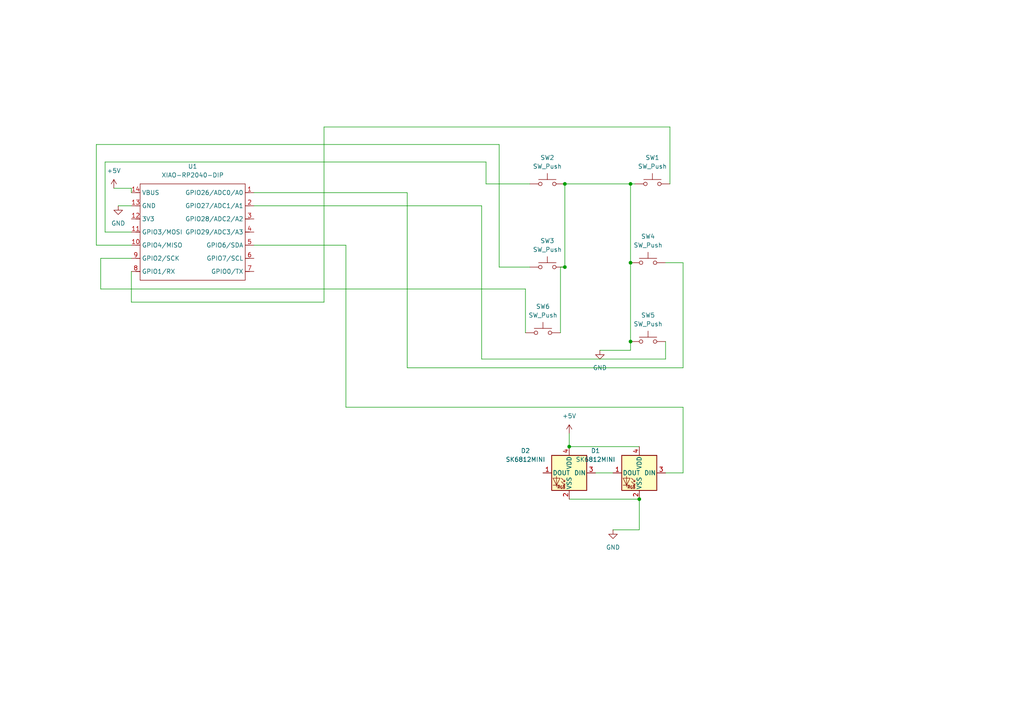
<source format=kicad_sch>
(kicad_sch
	(version 20250114)
	(generator "eeschema")
	(generator_version "9.0")
	(uuid "3813eb97-a7f2-41bc-8f98-78cc839ca634")
	(paper "A4")
	(lib_symbols
		(symbol "LED:SK6812MINI"
			(pin_names
				(offset 0.254)
			)
			(exclude_from_sim no)
			(in_bom yes)
			(on_board yes)
			(property "Reference" "D"
				(at 5.08 5.715 0)
				(effects
					(font
						(size 1.27 1.27)
					)
					(justify right bottom)
				)
			)
			(property "Value" "SK6812MINI"
				(at 1.27 -5.715 0)
				(effects
					(font
						(size 1.27 1.27)
					)
					(justify left top)
				)
			)
			(property "Footprint" "LED_SMD:LED_SK6812MINI_PLCC4_3.5x3.5mm_P1.75mm"
				(at 1.27 -7.62 0)
				(effects
					(font
						(size 1.27 1.27)
					)
					(justify left top)
					(hide yes)
				)
			)
			(property "Datasheet" "https://cdn-shop.adafruit.com/product-files/2686/SK6812MINI_REV.01-1-2.pdf"
				(at 2.54 -9.525 0)
				(effects
					(font
						(size 1.27 1.27)
					)
					(justify left top)
					(hide yes)
				)
			)
			(property "Description" "RGB LED with integrated controller"
				(at 0 0 0)
				(effects
					(font
						(size 1.27 1.27)
					)
					(hide yes)
				)
			)
			(property "ki_keywords" "RGB LED NeoPixel Mini addressable"
				(at 0 0 0)
				(effects
					(font
						(size 1.27 1.27)
					)
					(hide yes)
				)
			)
			(property "ki_fp_filters" "LED*SK6812MINI*PLCC*3.5x3.5mm*P1.75mm*"
				(at 0 0 0)
				(effects
					(font
						(size 1.27 1.27)
					)
					(hide yes)
				)
			)
			(symbol "SK6812MINI_0_0"
				(text "RGB"
					(at 2.286 -4.191 0)
					(effects
						(font
							(size 0.762 0.762)
						)
					)
				)
			)
			(symbol "SK6812MINI_0_1"
				(polyline
					(pts
						(xy 1.27 -2.54) (xy 1.778 -2.54)
					)
					(stroke
						(width 0)
						(type default)
					)
					(fill
						(type none)
					)
				)
				(polyline
					(pts
						(xy 1.27 -3.556) (xy 1.778 -3.556)
					)
					(stroke
						(width 0)
						(type default)
					)
					(fill
						(type none)
					)
				)
				(polyline
					(pts
						(xy 2.286 -1.524) (xy 1.27 -2.54) (xy 1.27 -2.032)
					)
					(stroke
						(width 0)
						(type default)
					)
					(fill
						(type none)
					)
				)
				(polyline
					(pts
						(xy 2.286 -2.54) (xy 1.27 -3.556) (xy 1.27 -3.048)
					)
					(stroke
						(width 0)
						(type default)
					)
					(fill
						(type none)
					)
				)
				(polyline
					(pts
						(xy 3.683 -1.016) (xy 3.683 -3.556) (xy 3.683 -4.064)
					)
					(stroke
						(width 0)
						(type default)
					)
					(fill
						(type none)
					)
				)
				(polyline
					(pts
						(xy 4.699 -1.524) (xy 2.667 -1.524) (xy 3.683 -3.556) (xy 4.699 -1.524)
					)
					(stroke
						(width 0)
						(type default)
					)
					(fill
						(type none)
					)
				)
				(polyline
					(pts
						(xy 4.699 -3.556) (xy 2.667 -3.556)
					)
					(stroke
						(width 0)
						(type default)
					)
					(fill
						(type none)
					)
				)
				(rectangle
					(start 5.08 5.08)
					(end -5.08 -5.08)
					(stroke
						(width 0.254)
						(type default)
					)
					(fill
						(type background)
					)
				)
			)
			(symbol "SK6812MINI_1_1"
				(pin input line
					(at -7.62 0 0)
					(length 2.54)
					(name "DIN"
						(effects
							(font
								(size 1.27 1.27)
							)
						)
					)
					(number "3"
						(effects
							(font
								(size 1.27 1.27)
							)
						)
					)
				)
				(pin power_in line
					(at 0 7.62 270)
					(length 2.54)
					(name "VDD"
						(effects
							(font
								(size 1.27 1.27)
							)
						)
					)
					(number "4"
						(effects
							(font
								(size 1.27 1.27)
							)
						)
					)
				)
				(pin power_in line
					(at 0 -7.62 90)
					(length 2.54)
					(name "VSS"
						(effects
							(font
								(size 1.27 1.27)
							)
						)
					)
					(number "2"
						(effects
							(font
								(size 1.27 1.27)
							)
						)
					)
				)
				(pin output line
					(at 7.62 0 180)
					(length 2.54)
					(name "DOUT"
						(effects
							(font
								(size 1.27 1.27)
							)
						)
					)
					(number "1"
						(effects
							(font
								(size 1.27 1.27)
							)
						)
					)
				)
			)
			(embedded_fonts no)
		)
		(symbol "OPL:XIAO-RP2040-DIP"
			(exclude_from_sim no)
			(in_bom yes)
			(on_board yes)
			(property "Reference" "U"
				(at 0 0 0)
				(effects
					(font
						(size 1.27 1.27)
					)
				)
			)
			(property "Value" "XIAO-RP2040-DIP"
				(at 5.334 -1.778 0)
				(effects
					(font
						(size 1.27 1.27)
					)
				)
			)
			(property "Footprint" "Module:MOUDLE14P-XIAO-DIP-SMD"
				(at 14.478 -32.258 0)
				(effects
					(font
						(size 1.27 1.27)
					)
					(hide yes)
				)
			)
			(property "Datasheet" ""
				(at 0 0 0)
				(effects
					(font
						(size 1.27 1.27)
					)
					(hide yes)
				)
			)
			(property "Description" ""
				(at 0 0 0)
				(effects
					(font
						(size 1.27 1.27)
					)
					(hide yes)
				)
			)
			(symbol "XIAO-RP2040-DIP_1_0"
				(polyline
					(pts
						(xy -1.27 -2.54) (xy 29.21 -2.54)
					)
					(stroke
						(width 0.1524)
						(type solid)
					)
					(fill
						(type none)
					)
				)
				(polyline
					(pts
						(xy -1.27 -5.08) (xy -2.54 -5.08)
					)
					(stroke
						(width 0.1524)
						(type solid)
					)
					(fill
						(type none)
					)
				)
				(polyline
					(pts
						(xy -1.27 -5.08) (xy -1.27 -2.54)
					)
					(stroke
						(width 0.1524)
						(type solid)
					)
					(fill
						(type none)
					)
				)
				(polyline
					(pts
						(xy -1.27 -8.89) (xy -2.54 -8.89)
					)
					(stroke
						(width 0.1524)
						(type solid)
					)
					(fill
						(type none)
					)
				)
				(polyline
					(pts
						(xy -1.27 -8.89) (xy -1.27 -5.08)
					)
					(stroke
						(width 0.1524)
						(type solid)
					)
					(fill
						(type none)
					)
				)
				(polyline
					(pts
						(xy -1.27 -12.7) (xy -2.54 -12.7)
					)
					(stroke
						(width 0.1524)
						(type solid)
					)
					(fill
						(type none)
					)
				)
				(polyline
					(pts
						(xy -1.27 -12.7) (xy -1.27 -8.89)
					)
					(stroke
						(width 0.1524)
						(type solid)
					)
					(fill
						(type none)
					)
				)
				(polyline
					(pts
						(xy -1.27 -16.51) (xy -2.54 -16.51)
					)
					(stroke
						(width 0.1524)
						(type solid)
					)
					(fill
						(type none)
					)
				)
				(polyline
					(pts
						(xy -1.27 -16.51) (xy -1.27 -12.7)
					)
					(stroke
						(width 0.1524)
						(type solid)
					)
					(fill
						(type none)
					)
				)
				(polyline
					(pts
						(xy -1.27 -20.32) (xy -2.54 -20.32)
					)
					(stroke
						(width 0.1524)
						(type solid)
					)
					(fill
						(type none)
					)
				)
				(polyline
					(pts
						(xy -1.27 -24.13) (xy -2.54 -24.13)
					)
					(stroke
						(width 0.1524)
						(type solid)
					)
					(fill
						(type none)
					)
				)
				(polyline
					(pts
						(xy -1.27 -27.94) (xy -2.54 -27.94)
					)
					(stroke
						(width 0.1524)
						(type solid)
					)
					(fill
						(type none)
					)
				)
				(polyline
					(pts
						(xy -1.27 -30.48) (xy -1.27 -16.51)
					)
					(stroke
						(width 0.1524)
						(type solid)
					)
					(fill
						(type none)
					)
				)
				(polyline
					(pts
						(xy 29.21 -2.54) (xy 29.21 -5.08)
					)
					(stroke
						(width 0.1524)
						(type solid)
					)
					(fill
						(type none)
					)
				)
				(polyline
					(pts
						(xy 29.21 -5.08) (xy 29.21 -8.89)
					)
					(stroke
						(width 0.1524)
						(type solid)
					)
					(fill
						(type none)
					)
				)
				(polyline
					(pts
						(xy 29.21 -8.89) (xy 29.21 -12.7)
					)
					(stroke
						(width 0.1524)
						(type solid)
					)
					(fill
						(type none)
					)
				)
				(polyline
					(pts
						(xy 29.21 -12.7) (xy 29.21 -30.48)
					)
					(stroke
						(width 0.1524)
						(type solid)
					)
					(fill
						(type none)
					)
				)
				(polyline
					(pts
						(xy 29.21 -30.48) (xy -1.27 -30.48)
					)
					(stroke
						(width 0.1524)
						(type solid)
					)
					(fill
						(type none)
					)
				)
				(polyline
					(pts
						(xy 30.48 -5.08) (xy 29.21 -5.08)
					)
					(stroke
						(width 0.1524)
						(type solid)
					)
					(fill
						(type none)
					)
				)
				(polyline
					(pts
						(xy 30.48 -8.89) (xy 29.21 -8.89)
					)
					(stroke
						(width 0.1524)
						(type solid)
					)
					(fill
						(type none)
					)
				)
				(polyline
					(pts
						(xy 30.48 -12.7) (xy 29.21 -12.7)
					)
					(stroke
						(width 0.1524)
						(type solid)
					)
					(fill
						(type none)
					)
				)
				(polyline
					(pts
						(xy 30.48 -16.51) (xy 29.21 -16.51)
					)
					(stroke
						(width 0.1524)
						(type solid)
					)
					(fill
						(type none)
					)
				)
				(polyline
					(pts
						(xy 30.48 -20.32) (xy 29.21 -20.32)
					)
					(stroke
						(width 0.1524)
						(type solid)
					)
					(fill
						(type none)
					)
				)
				(polyline
					(pts
						(xy 30.48 -24.13) (xy 29.21 -24.13)
					)
					(stroke
						(width 0.1524)
						(type solid)
					)
					(fill
						(type none)
					)
				)
				(polyline
					(pts
						(xy 30.48 -27.94) (xy 29.21 -27.94)
					)
					(stroke
						(width 0.1524)
						(type solid)
					)
					(fill
						(type none)
					)
				)
				(pin passive line
					(at -3.81 -5.08 0)
					(length 2.54)
					(name "GPIO26/ADC0/A0"
						(effects
							(font
								(size 1.27 1.27)
							)
						)
					)
					(number "1"
						(effects
							(font
								(size 1.27 1.27)
							)
						)
					)
				)
				(pin passive line
					(at -3.81 -8.89 0)
					(length 2.54)
					(name "GPIO27/ADC1/A1"
						(effects
							(font
								(size 1.27 1.27)
							)
						)
					)
					(number "2"
						(effects
							(font
								(size 1.27 1.27)
							)
						)
					)
				)
				(pin passive line
					(at -3.81 -12.7 0)
					(length 2.54)
					(name "GPIO28/ADC2/A2"
						(effects
							(font
								(size 1.27 1.27)
							)
						)
					)
					(number "3"
						(effects
							(font
								(size 1.27 1.27)
							)
						)
					)
				)
				(pin passive line
					(at -3.81 -16.51 0)
					(length 2.54)
					(name "GPIO29/ADC3/A3"
						(effects
							(font
								(size 1.27 1.27)
							)
						)
					)
					(number "4"
						(effects
							(font
								(size 1.27 1.27)
							)
						)
					)
				)
				(pin passive line
					(at -3.81 -20.32 0)
					(length 2.54)
					(name "GPIO6/SDA"
						(effects
							(font
								(size 1.27 1.27)
							)
						)
					)
					(number "5"
						(effects
							(font
								(size 1.27 1.27)
							)
						)
					)
				)
				(pin passive line
					(at -3.81 -24.13 0)
					(length 2.54)
					(name "GPIO7/SCL"
						(effects
							(font
								(size 1.27 1.27)
							)
						)
					)
					(number "6"
						(effects
							(font
								(size 1.27 1.27)
							)
						)
					)
				)
				(pin passive line
					(at -3.81 -27.94 0)
					(length 2.54)
					(name "GPIO0/TX"
						(effects
							(font
								(size 1.27 1.27)
							)
						)
					)
					(number "7"
						(effects
							(font
								(size 1.27 1.27)
							)
						)
					)
				)
				(pin passive line
					(at 31.75 -5.08 180)
					(length 2.54)
					(name "VBUS"
						(effects
							(font
								(size 1.27 1.27)
							)
						)
					)
					(number "14"
						(effects
							(font
								(size 1.27 1.27)
							)
						)
					)
				)
				(pin passive line
					(at 31.75 -8.89 180)
					(length 2.54)
					(name "GND"
						(effects
							(font
								(size 1.27 1.27)
							)
						)
					)
					(number "13"
						(effects
							(font
								(size 1.27 1.27)
							)
						)
					)
				)
				(pin passive line
					(at 31.75 -12.7 180)
					(length 2.54)
					(name "3V3"
						(effects
							(font
								(size 1.27 1.27)
							)
						)
					)
					(number "12"
						(effects
							(font
								(size 1.27 1.27)
							)
						)
					)
				)
				(pin passive line
					(at 31.75 -16.51 180)
					(length 2.54)
					(name "GPIO3/MOSI"
						(effects
							(font
								(size 1.27 1.27)
							)
						)
					)
					(number "11"
						(effects
							(font
								(size 1.27 1.27)
							)
						)
					)
				)
				(pin passive line
					(at 31.75 -20.32 180)
					(length 2.54)
					(name "GPIO4/MISO"
						(effects
							(font
								(size 1.27 1.27)
							)
						)
					)
					(number "10"
						(effects
							(font
								(size 1.27 1.27)
							)
						)
					)
				)
				(pin passive line
					(at 31.75 -24.13 180)
					(length 2.54)
					(name "GPIO2/SCK"
						(effects
							(font
								(size 1.27 1.27)
							)
						)
					)
					(number "9"
						(effects
							(font
								(size 1.27 1.27)
							)
						)
					)
				)
				(pin passive line
					(at 31.75 -27.94 180)
					(length 2.54)
					(name "GPIO1/RX"
						(effects
							(font
								(size 1.27 1.27)
							)
						)
					)
					(number "8"
						(effects
							(font
								(size 1.27 1.27)
							)
						)
					)
				)
			)
			(embedded_fonts no)
		)
		(symbol "Switch:SW_Push"
			(pin_numbers
				(hide yes)
			)
			(pin_names
				(offset 1.016)
				(hide yes)
			)
			(exclude_from_sim no)
			(in_bom yes)
			(on_board yes)
			(property "Reference" "SW"
				(at 1.27 2.54 0)
				(effects
					(font
						(size 1.27 1.27)
					)
					(justify left)
				)
			)
			(property "Value" "SW_Push"
				(at 0 -1.524 0)
				(effects
					(font
						(size 1.27 1.27)
					)
				)
			)
			(property "Footprint" ""
				(at 0 5.08 0)
				(effects
					(font
						(size 1.27 1.27)
					)
					(hide yes)
				)
			)
			(property "Datasheet" "~"
				(at 0 5.08 0)
				(effects
					(font
						(size 1.27 1.27)
					)
					(hide yes)
				)
			)
			(property "Description" "Push button switch, generic, two pins"
				(at 0 0 0)
				(effects
					(font
						(size 1.27 1.27)
					)
					(hide yes)
				)
			)
			(property "ki_keywords" "switch normally-open pushbutton push-button"
				(at 0 0 0)
				(effects
					(font
						(size 1.27 1.27)
					)
					(hide yes)
				)
			)
			(symbol "SW_Push_0_1"
				(circle
					(center -2.032 0)
					(radius 0.508)
					(stroke
						(width 0)
						(type default)
					)
					(fill
						(type none)
					)
				)
				(polyline
					(pts
						(xy 0 1.27) (xy 0 3.048)
					)
					(stroke
						(width 0)
						(type default)
					)
					(fill
						(type none)
					)
				)
				(circle
					(center 2.032 0)
					(radius 0.508)
					(stroke
						(width 0)
						(type default)
					)
					(fill
						(type none)
					)
				)
				(polyline
					(pts
						(xy 2.54 1.27) (xy -2.54 1.27)
					)
					(stroke
						(width 0)
						(type default)
					)
					(fill
						(type none)
					)
				)
				(pin passive line
					(at -5.08 0 0)
					(length 2.54)
					(name "1"
						(effects
							(font
								(size 1.27 1.27)
							)
						)
					)
					(number "1"
						(effects
							(font
								(size 1.27 1.27)
							)
						)
					)
				)
				(pin passive line
					(at 5.08 0 180)
					(length 2.54)
					(name "2"
						(effects
							(font
								(size 1.27 1.27)
							)
						)
					)
					(number "2"
						(effects
							(font
								(size 1.27 1.27)
							)
						)
					)
				)
			)
			(embedded_fonts no)
		)
		(symbol "power:+5V"
			(power)
			(pin_numbers
				(hide yes)
			)
			(pin_names
				(offset 0)
				(hide yes)
			)
			(exclude_from_sim no)
			(in_bom yes)
			(on_board yes)
			(property "Reference" "#PWR"
				(at 0 -3.81 0)
				(effects
					(font
						(size 1.27 1.27)
					)
					(hide yes)
				)
			)
			(property "Value" "+5V"
				(at 0 3.556 0)
				(effects
					(font
						(size 1.27 1.27)
					)
				)
			)
			(property "Footprint" ""
				(at 0 0 0)
				(effects
					(font
						(size 1.27 1.27)
					)
					(hide yes)
				)
			)
			(property "Datasheet" ""
				(at 0 0 0)
				(effects
					(font
						(size 1.27 1.27)
					)
					(hide yes)
				)
			)
			(property "Description" "Power symbol creates a global label with name \"+5V\""
				(at 0 0 0)
				(effects
					(font
						(size 1.27 1.27)
					)
					(hide yes)
				)
			)
			(property "ki_keywords" "global power"
				(at 0 0 0)
				(effects
					(font
						(size 1.27 1.27)
					)
					(hide yes)
				)
			)
			(symbol "+5V_0_1"
				(polyline
					(pts
						(xy -0.762 1.27) (xy 0 2.54)
					)
					(stroke
						(width 0)
						(type default)
					)
					(fill
						(type none)
					)
				)
				(polyline
					(pts
						(xy 0 2.54) (xy 0.762 1.27)
					)
					(stroke
						(width 0)
						(type default)
					)
					(fill
						(type none)
					)
				)
				(polyline
					(pts
						(xy 0 0) (xy 0 2.54)
					)
					(stroke
						(width 0)
						(type default)
					)
					(fill
						(type none)
					)
				)
			)
			(symbol "+5V_1_1"
				(pin power_in line
					(at 0 0 90)
					(length 0)
					(name "~"
						(effects
							(font
								(size 1.27 1.27)
							)
						)
					)
					(number "1"
						(effects
							(font
								(size 1.27 1.27)
							)
						)
					)
				)
			)
			(embedded_fonts no)
		)
		(symbol "power:GND"
			(power)
			(pin_numbers
				(hide yes)
			)
			(pin_names
				(offset 0)
				(hide yes)
			)
			(exclude_from_sim no)
			(in_bom yes)
			(on_board yes)
			(property "Reference" "#PWR"
				(at 0 -6.35 0)
				(effects
					(font
						(size 1.27 1.27)
					)
					(hide yes)
				)
			)
			(property "Value" "GND"
				(at 0 -3.81 0)
				(effects
					(font
						(size 1.27 1.27)
					)
				)
			)
			(property "Footprint" ""
				(at 0 0 0)
				(effects
					(font
						(size 1.27 1.27)
					)
					(hide yes)
				)
			)
			(property "Datasheet" ""
				(at 0 0 0)
				(effects
					(font
						(size 1.27 1.27)
					)
					(hide yes)
				)
			)
			(property "Description" "Power symbol creates a global label with name \"GND\" , ground"
				(at 0 0 0)
				(effects
					(font
						(size 1.27 1.27)
					)
					(hide yes)
				)
			)
			(property "ki_keywords" "global power"
				(at 0 0 0)
				(effects
					(font
						(size 1.27 1.27)
					)
					(hide yes)
				)
			)
			(symbol "GND_0_1"
				(polyline
					(pts
						(xy 0 0) (xy 0 -1.27) (xy 1.27 -1.27) (xy 0 -2.54) (xy -1.27 -1.27) (xy 0 -1.27)
					)
					(stroke
						(width 0)
						(type default)
					)
					(fill
						(type none)
					)
				)
			)
			(symbol "GND_1_1"
				(pin power_in line
					(at 0 0 270)
					(length 0)
					(name "~"
						(effects
							(font
								(size 1.27 1.27)
							)
						)
					)
					(number "1"
						(effects
							(font
								(size 1.27 1.27)
							)
						)
					)
				)
			)
			(embedded_fonts no)
		)
	)
	(junction
		(at 182.88 99.06)
		(diameter 0)
		(color 0 0 0 0)
		(uuid "1361b476-192e-4b7b-a008-ffa96b86b8a3")
	)
	(junction
		(at 185.42 144.78)
		(diameter 0)
		(color 0 0 0 0)
		(uuid "6bd2426d-979b-4539-b3f9-7e0bd569a666")
	)
	(junction
		(at 163.83 53.34)
		(diameter 0)
		(color 0 0 0 0)
		(uuid "763b5880-e7d1-47a9-888c-796f314eb289")
	)
	(junction
		(at 182.88 76.2)
		(diameter 0)
		(color 0 0 0 0)
		(uuid "ac1cc0c1-0261-4ef4-aec0-8388dd2ab2b7")
	)
	(junction
		(at 165.1 129.54)
		(diameter 0)
		(color 0 0 0 0)
		(uuid "db1e157e-61cf-46e0-98ef-e767d53ad2b4")
	)
	(junction
		(at 182.88 53.34)
		(diameter 0)
		(color 0 0 0 0)
		(uuid "f5590cdb-8a5f-4698-958b-6109a668de7f")
	)
	(junction
		(at 163.83 77.47)
		(diameter 0)
		(color 0 0 0 0)
		(uuid "f5b89c0e-0a28-442e-944e-0f84febb81ff")
	)
	(wire
		(pts
			(xy 34.29 59.69) (xy 38.1 59.69)
		)
		(stroke
			(width 0)
			(type default)
		)
		(uuid "02cb998f-51f4-4e82-8e9e-f869ed347243")
	)
	(wire
		(pts
			(xy 30.48 67.31) (xy 30.48 46.99)
		)
		(stroke
			(width 0)
			(type default)
		)
		(uuid "0aaa6d4d-f44a-4118-9c7d-fd84a4974161")
	)
	(wire
		(pts
			(xy 29.21 74.93) (xy 29.21 83.82)
		)
		(stroke
			(width 0)
			(type default)
		)
		(uuid "0ca2e43c-d198-488e-b0df-3a0fdcb6a929")
	)
	(wire
		(pts
			(xy 140.97 46.99) (xy 140.97 53.34)
		)
		(stroke
			(width 0)
			(type default)
		)
		(uuid "11dcdb33-675f-41d7-b5f0-da4286f65679")
	)
	(wire
		(pts
			(xy 162.56 96.52) (xy 162.56 77.47)
		)
		(stroke
			(width 0)
			(type default)
		)
		(uuid "196cfca2-144b-4460-b39b-f65360fa131d")
	)
	(wire
		(pts
			(xy 118.11 55.88) (xy 118.11 106.68)
		)
		(stroke
			(width 0)
			(type default)
		)
		(uuid "1c3f29f0-831a-44d2-bf29-84213a82e60e")
	)
	(wire
		(pts
			(xy 73.66 55.88) (xy 118.11 55.88)
		)
		(stroke
			(width 0)
			(type default)
		)
		(uuid "1f189d28-cca0-41d9-834b-7c2c6aab3f07")
	)
	(wire
		(pts
			(xy 29.21 83.82) (xy 152.4 83.82)
		)
		(stroke
			(width 0)
			(type default)
		)
		(uuid "1fadba92-c207-4648-8523-19725ae4d3fc")
	)
	(wire
		(pts
			(xy 194.31 36.83) (xy 93.98 36.83)
		)
		(stroke
			(width 0)
			(type default)
		)
		(uuid "273a4d34-fd79-4a49-a0b4-b1c31c349112")
	)
	(wire
		(pts
			(xy 177.8 153.67) (xy 185.42 153.67)
		)
		(stroke
			(width 0)
			(type default)
		)
		(uuid "2a1628dc-f70c-4f6b-a83b-0842ec2f58f6")
	)
	(wire
		(pts
			(xy 118.11 106.68) (xy 198.12 106.68)
		)
		(stroke
			(width 0)
			(type default)
		)
		(uuid "303a071a-e71c-4215-a6b6-cc46997d9aaf")
	)
	(wire
		(pts
			(xy 139.7 59.69) (xy 139.7 104.14)
		)
		(stroke
			(width 0)
			(type default)
		)
		(uuid "33034e55-8d9d-4b0e-95d1-594f210aa740")
	)
	(wire
		(pts
			(xy 182.88 53.34) (xy 184.15 53.34)
		)
		(stroke
			(width 0)
			(type default)
		)
		(uuid "387342f4-1189-4ecc-9af7-f09a60a1b0d3")
	)
	(wire
		(pts
			(xy 144.78 77.47) (xy 153.67 77.47)
		)
		(stroke
			(width 0)
			(type default)
		)
		(uuid "38b2e902-1e30-4770-b5e0-d7086bc66988")
	)
	(wire
		(pts
			(xy 30.48 46.99) (xy 140.97 46.99)
		)
		(stroke
			(width 0)
			(type default)
		)
		(uuid "3a240f48-fc35-401a-b9a6-9681a3544aa7")
	)
	(wire
		(pts
			(xy 38.1 54.61) (xy 38.1 55.88)
		)
		(stroke
			(width 0)
			(type default)
		)
		(uuid "3d3aef1d-335d-4b98-9f60-ee17d0391776")
	)
	(wire
		(pts
			(xy 27.94 71.12) (xy 27.94 41.91)
		)
		(stroke
			(width 0)
			(type default)
		)
		(uuid "46390b14-ab24-4fcf-866e-48a94ac6e7e4")
	)
	(wire
		(pts
			(xy 27.94 41.91) (xy 144.78 41.91)
		)
		(stroke
			(width 0)
			(type default)
		)
		(uuid "46b90adf-53b6-4a65-8da3-4116235c111d")
	)
	(wire
		(pts
			(xy 198.12 118.11) (xy 198.12 137.16)
		)
		(stroke
			(width 0)
			(type default)
		)
		(uuid "4fe422f6-6c49-4962-9b5a-73628b484e1d")
	)
	(wire
		(pts
			(xy 198.12 76.2) (xy 193.04 76.2)
		)
		(stroke
			(width 0)
			(type default)
		)
		(uuid "55fc3348-499e-4721-94cf-91dc66075145")
	)
	(wire
		(pts
			(xy 38.1 74.93) (xy 29.21 74.93)
		)
		(stroke
			(width 0)
			(type default)
		)
		(uuid "574b388e-6f41-4417-bb14-eeb434780e24")
	)
	(wire
		(pts
			(xy 100.33 118.11) (xy 198.12 118.11)
		)
		(stroke
			(width 0)
			(type default)
		)
		(uuid "702d83a6-aa20-44bf-a794-1cba93c664bf")
	)
	(wire
		(pts
			(xy 198.12 106.68) (xy 198.12 76.2)
		)
		(stroke
			(width 0)
			(type default)
		)
		(uuid "70531a20-0d81-4dca-9302-2ddbd2e18b88")
	)
	(wire
		(pts
			(xy 182.88 76.2) (xy 182.88 53.34)
		)
		(stroke
			(width 0)
			(type default)
		)
		(uuid "7510e602-d215-4291-9699-6586a5c977ee")
	)
	(wire
		(pts
			(xy 163.83 53.34) (xy 182.88 53.34)
		)
		(stroke
			(width 0)
			(type default)
		)
		(uuid "7a20b242-0e82-4482-9670-fc38fc093e2d")
	)
	(wire
		(pts
			(xy 163.83 53.34) (xy 163.83 77.47)
		)
		(stroke
			(width 0)
			(type default)
		)
		(uuid "7f0ef20a-9618-4063-95ff-c83b2ec0336d")
	)
	(wire
		(pts
			(xy 38.1 67.31) (xy 30.48 67.31)
		)
		(stroke
			(width 0)
			(type default)
		)
		(uuid "8009b2e0-8784-472c-a391-3d4f3eed8ec9")
	)
	(wire
		(pts
			(xy 38.1 71.12) (xy 27.94 71.12)
		)
		(stroke
			(width 0)
			(type default)
		)
		(uuid "84070745-8f65-4218-89d2-ca08f91c5c86")
	)
	(wire
		(pts
			(xy 165.1 144.78) (xy 185.42 144.78)
		)
		(stroke
			(width 0)
			(type default)
		)
		(uuid "8b525ab0-f360-44ce-ab3d-4e0313812d65")
	)
	(wire
		(pts
			(xy 198.12 137.16) (xy 193.04 137.16)
		)
		(stroke
			(width 0)
			(type default)
		)
		(uuid "8f3370f3-4e4b-44aa-8f24-e8f96c967399")
	)
	(wire
		(pts
			(xy 100.33 71.12) (xy 100.33 118.11)
		)
		(stroke
			(width 0)
			(type default)
		)
		(uuid "90033c60-2d74-44ca-a47b-7893d7c75bea")
	)
	(wire
		(pts
			(xy 172.72 137.16) (xy 177.8 137.16)
		)
		(stroke
			(width 0)
			(type default)
		)
		(uuid "9bc1c69f-b908-43d0-96f5-a0683fd84693")
	)
	(wire
		(pts
			(xy 93.98 36.83) (xy 93.98 87.63)
		)
		(stroke
			(width 0)
			(type default)
		)
		(uuid "9e5636dc-191e-4701-935f-6c4ff1a9eb31")
	)
	(wire
		(pts
			(xy 73.66 59.69) (xy 139.7 59.69)
		)
		(stroke
			(width 0)
			(type default)
		)
		(uuid "9ef58001-a91b-40c0-b2fe-59d0810938b9")
	)
	(wire
		(pts
			(xy 194.31 53.34) (xy 194.31 36.83)
		)
		(stroke
			(width 0)
			(type default)
		)
		(uuid "9ef7cc9d-1e42-4cf6-a3eb-571c9b7083b9")
	)
	(wire
		(pts
			(xy 73.66 71.12) (xy 100.33 71.12)
		)
		(stroke
			(width 0)
			(type default)
		)
		(uuid "9f1b3ed8-c7d0-4a9a-9554-d0aec435ebd9")
	)
	(wire
		(pts
			(xy 139.7 104.14) (xy 193.04 104.14)
		)
		(stroke
			(width 0)
			(type default)
		)
		(uuid "9f94318a-60f9-4dab-9762-3e8edd524c9a")
	)
	(wire
		(pts
			(xy 162.56 77.47) (xy 163.83 77.47)
		)
		(stroke
			(width 0)
			(type default)
		)
		(uuid "a5ed222e-b489-4db6-a8ed-8146613eb1c8")
	)
	(wire
		(pts
			(xy 193.04 104.14) (xy 193.04 99.06)
		)
		(stroke
			(width 0)
			(type default)
		)
		(uuid "a69589c7-6f83-408b-a069-ccff013084dd")
	)
	(wire
		(pts
			(xy 173.99 101.6) (xy 182.88 101.6)
		)
		(stroke
			(width 0)
			(type default)
		)
		(uuid "ac3eb161-ac9c-4961-ac04-462817f9a79f")
	)
	(wire
		(pts
			(xy 185.42 153.67) (xy 185.42 144.78)
		)
		(stroke
			(width 0)
			(type default)
		)
		(uuid "addc5482-3995-4a91-b406-961e8f6793c4")
	)
	(wire
		(pts
			(xy 93.98 87.63) (xy 38.1 87.63)
		)
		(stroke
			(width 0)
			(type default)
		)
		(uuid "c45a39a6-556d-48cd-8220-bd2fdfb3f8e9")
	)
	(wire
		(pts
			(xy 165.1 125.73) (xy 165.1 129.54)
		)
		(stroke
			(width 0)
			(type default)
		)
		(uuid "c4dcbbd8-1804-41e8-9aa7-310fc6c6719f")
	)
	(wire
		(pts
			(xy 140.97 53.34) (xy 153.67 53.34)
		)
		(stroke
			(width 0)
			(type default)
		)
		(uuid "c61df7e4-0ff9-4ba6-b4e1-575e59d4907b")
	)
	(wire
		(pts
			(xy 165.1 129.54) (xy 185.42 129.54)
		)
		(stroke
			(width 0)
			(type default)
		)
		(uuid "c765b4c3-da18-47a6-bed7-acfa6976a2f7")
	)
	(wire
		(pts
			(xy 182.88 76.2) (xy 182.88 99.06)
		)
		(stroke
			(width 0)
			(type default)
		)
		(uuid "ca9ff0f1-11e0-47e7-9f04-c086c6687561")
	)
	(wire
		(pts
			(xy 182.88 101.6) (xy 182.88 99.06)
		)
		(stroke
			(width 0)
			(type default)
		)
		(uuid "e1b4746a-3594-4c22-b7d9-209f79fd5211")
	)
	(wire
		(pts
			(xy 33.02 54.61) (xy 38.1 54.61)
		)
		(stroke
			(width 0)
			(type default)
		)
		(uuid "e71f4142-d2ac-44be-848b-2070f4ed4a38")
	)
	(wire
		(pts
			(xy 152.4 83.82) (xy 152.4 96.52)
		)
		(stroke
			(width 0)
			(type default)
		)
		(uuid "ea31322d-b40c-4171-91bd-471a655f2eb6")
	)
	(wire
		(pts
			(xy 144.78 41.91) (xy 144.78 77.47)
		)
		(stroke
			(width 0)
			(type default)
		)
		(uuid "ef8b39d6-7092-430a-bd0f-686f084e228a")
	)
	(wire
		(pts
			(xy 38.1 87.63) (xy 38.1 78.74)
		)
		(stroke
			(width 0)
			(type default)
		)
		(uuid "f6da0eda-3faa-42d6-bda7-f0da37744b90")
	)
	(symbol
		(lib_id "Switch:SW_Push")
		(at 187.96 99.06 0)
		(mirror y)
		(unit 1)
		(exclude_from_sim no)
		(in_bom yes)
		(on_board yes)
		(dnp no)
		(fields_autoplaced yes)
		(uuid "0a50e5cd-1e31-4239-8b2e-54782c9679f5")
		(property "Reference" "SW5"
			(at 187.96 91.44 0)
			(effects
				(font
					(size 1.27 1.27)
				)
			)
		)
		(property "Value" "SW_Push"
			(at 187.96 93.98 0)
			(effects
				(font
					(size 1.27 1.27)
				)
			)
		)
		(property "Footprint" "Button_Switch_Keyboard:SW_Cherry_MX_1.00u_PCB"
			(at 187.96 93.98 0)
			(effects
				(font
					(size 1.27 1.27)
				)
				(hide yes)
			)
		)
		(property "Datasheet" "~"
			(at 187.96 93.98 0)
			(effects
				(font
					(size 1.27 1.27)
				)
				(hide yes)
			)
		)
		(property "Description" "Push button switch, generic, two pins"
			(at 187.96 99.06 0)
			(effects
				(font
					(size 1.27 1.27)
				)
				(hide yes)
			)
		)
		(pin "1"
			(uuid "377e18ee-016a-45bf-a363-f5a732b1ed55")
		)
		(pin "2"
			(uuid "19406d1a-52b2-4ab8-a1b7-bbc311d050c6")
		)
		(instances
			(project ""
				(path "/3813eb97-a7f2-41bc-8f98-78cc839ca634"
					(reference "SW5")
					(unit 1)
				)
			)
		)
	)
	(symbol
		(lib_id "power:+5V")
		(at 165.1 125.73 0)
		(unit 1)
		(exclude_from_sim no)
		(in_bom yes)
		(on_board yes)
		(dnp no)
		(fields_autoplaced yes)
		(uuid "0f5a5ede-bb4d-4ea3-9610-b2a787498260")
		(property "Reference" "#PWR04"
			(at 165.1 129.54 0)
			(effects
				(font
					(size 1.27 1.27)
				)
				(hide yes)
			)
		)
		(property "Value" "+5V"
			(at 165.1 120.65 0)
			(effects
				(font
					(size 1.27 1.27)
				)
			)
		)
		(property "Footprint" ""
			(at 165.1 125.73 0)
			(effects
				(font
					(size 1.27 1.27)
				)
				(hide yes)
			)
		)
		(property "Datasheet" ""
			(at 165.1 125.73 0)
			(effects
				(font
					(size 1.27 1.27)
				)
				(hide yes)
			)
		)
		(property "Description" "Power symbol creates a global label with name \"+5V\""
			(at 165.1 125.73 0)
			(effects
				(font
					(size 1.27 1.27)
				)
				(hide yes)
			)
		)
		(pin "1"
			(uuid "32202fdc-6375-4817-937b-c1fdb7a1f8c4")
		)
		(instances
			(project ""
				(path "/3813eb97-a7f2-41bc-8f98-78cc839ca634"
					(reference "#PWR04")
					(unit 1)
				)
			)
		)
	)
	(symbol
		(lib_id "power:+5V")
		(at 33.02 54.61 0)
		(unit 1)
		(exclude_from_sim no)
		(in_bom yes)
		(on_board yes)
		(dnp no)
		(fields_autoplaced yes)
		(uuid "4d640d87-63ff-46db-bd15-69090893cf4b")
		(property "Reference" "#PWR03"
			(at 33.02 58.42 0)
			(effects
				(font
					(size 1.27 1.27)
				)
				(hide yes)
			)
		)
		(property "Value" "+5V"
			(at 33.02 49.53 0)
			(effects
				(font
					(size 1.27 1.27)
				)
			)
		)
		(property "Footprint" ""
			(at 33.02 54.61 0)
			(effects
				(font
					(size 1.27 1.27)
				)
				(hide yes)
			)
		)
		(property "Datasheet" ""
			(at 33.02 54.61 0)
			(effects
				(font
					(size 1.27 1.27)
				)
				(hide yes)
			)
		)
		(property "Description" "Power symbol creates a global label with name \"+5V\""
			(at 33.02 54.61 0)
			(effects
				(font
					(size 1.27 1.27)
				)
				(hide yes)
			)
		)
		(pin "1"
			(uuid "ad222800-c88e-4a07-9254-750cbdfedab3")
		)
		(instances
			(project ""
				(path "/3813eb97-a7f2-41bc-8f98-78cc839ca634"
					(reference "#PWR03")
					(unit 1)
				)
			)
		)
	)
	(symbol
		(lib_id "LED:SK6812MINI")
		(at 165.1 137.16 0)
		(mirror y)
		(unit 1)
		(exclude_from_sim no)
		(in_bom yes)
		(on_board yes)
		(dnp no)
		(fields_autoplaced yes)
		(uuid "5752a1a3-1179-4207-b995-ba711e19ee36")
		(property "Reference" "D2"
			(at 152.4 130.7398 0)
			(effects
				(font
					(size 1.27 1.27)
				)
			)
		)
		(property "Value" "SK6812MINI"
			(at 152.4 133.2798 0)
			(effects
				(font
					(size 1.27 1.27)
				)
			)
		)
		(property "Footprint" "LED_SMD:LED_SK6812MINI_PLCC4_3.5x3.5mm_P1.75mm"
			(at 163.83 144.78 0)
			(effects
				(font
					(size 1.27 1.27)
				)
				(justify left top)
				(hide yes)
			)
		)
		(property "Datasheet" "https://cdn-shop.adafruit.com/product-files/2686/SK6812MINI_REV.01-1-2.pdf"
			(at 162.56 146.685 0)
			(effects
				(font
					(size 1.27 1.27)
				)
				(justify left top)
				(hide yes)
			)
		)
		(property "Description" "RGB LED with integrated controller"
			(at 165.1 137.16 0)
			(effects
				(font
					(size 1.27 1.27)
				)
				(hide yes)
			)
		)
		(pin "4"
			(uuid "ad7623de-c70b-460b-acb8-34a1ebd20417")
		)
		(pin "3"
			(uuid "a87f13f9-2534-4d18-9bc4-f17bf1526b3f")
		)
		(pin "2"
			(uuid "d2f88e84-b5a4-4203-b373-513f0ebb8c45")
		)
		(pin "1"
			(uuid "d07b1991-a0b9-4192-b9be-73ac9fc94c4e")
		)
		(instances
			(project ""
				(path "/3813eb97-a7f2-41bc-8f98-78cc839ca634"
					(reference "D2")
					(unit 1)
				)
			)
		)
	)
	(symbol
		(lib_id "Switch:SW_Push")
		(at 187.96 76.2 0)
		(mirror y)
		(unit 1)
		(exclude_from_sim no)
		(in_bom yes)
		(on_board yes)
		(dnp no)
		(fields_autoplaced yes)
		(uuid "5d64736d-764b-4a7a-87c2-6530661c8945")
		(property "Reference" "SW4"
			(at 187.96 68.58 0)
			(effects
				(font
					(size 1.27 1.27)
				)
			)
		)
		(property "Value" "SW_Push"
			(at 187.96 71.12 0)
			(effects
				(font
					(size 1.27 1.27)
				)
			)
		)
		(property "Footprint" "Button_Switch_Keyboard:SW_Cherry_MX_1.00u_PCB"
			(at 187.96 71.12 0)
			(effects
				(font
					(size 1.27 1.27)
				)
				(hide yes)
			)
		)
		(property "Datasheet" "~"
			(at 187.96 71.12 0)
			(effects
				(font
					(size 1.27 1.27)
				)
				(hide yes)
			)
		)
		(property "Description" "Push button switch, generic, two pins"
			(at 187.96 76.2 0)
			(effects
				(font
					(size 1.27 1.27)
				)
				(hide yes)
			)
		)
		(pin "1"
			(uuid "1766298a-ad8a-4f0d-80e3-d1253e9f82a8")
		)
		(pin "2"
			(uuid "9e54dfcf-8206-41af-a1b0-70f13f5a44a3")
		)
		(instances
			(project ""
				(path "/3813eb97-a7f2-41bc-8f98-78cc839ca634"
					(reference "SW4")
					(unit 1)
				)
			)
		)
	)
	(symbol
		(lib_id "power:GND")
		(at 173.99 101.6 0)
		(unit 1)
		(exclude_from_sim no)
		(in_bom yes)
		(on_board yes)
		(dnp no)
		(fields_autoplaced yes)
		(uuid "5dc3ee7c-fbd8-432c-bf28-e64be4548d3c")
		(property "Reference" "#PWR01"
			(at 173.99 107.95 0)
			(effects
				(font
					(size 1.27 1.27)
				)
				(hide yes)
			)
		)
		(property "Value" "GND"
			(at 173.99 106.68 0)
			(effects
				(font
					(size 1.27 1.27)
				)
			)
		)
		(property "Footprint" ""
			(at 173.99 101.6 0)
			(effects
				(font
					(size 1.27 1.27)
				)
				(hide yes)
			)
		)
		(property "Datasheet" ""
			(at 173.99 101.6 0)
			(effects
				(font
					(size 1.27 1.27)
				)
				(hide yes)
			)
		)
		(property "Description" "Power symbol creates a global label with name \"GND\" , ground"
			(at 173.99 101.6 0)
			(effects
				(font
					(size 1.27 1.27)
				)
				(hide yes)
			)
		)
		(pin "1"
			(uuid "551ad595-2f6c-4b78-8a95-950b7f90e998")
		)
		(instances
			(project ""
				(path "/3813eb97-a7f2-41bc-8f98-78cc839ca634"
					(reference "#PWR01")
					(unit 1)
				)
			)
		)
	)
	(symbol
		(lib_id "Switch:SW_Push")
		(at 157.48 96.52 0)
		(mirror y)
		(unit 1)
		(exclude_from_sim no)
		(in_bom yes)
		(on_board yes)
		(dnp no)
		(fields_autoplaced yes)
		(uuid "68a66562-6022-4eec-98c6-da828cbf492f")
		(property "Reference" "SW6"
			(at 157.48 88.9 0)
			(effects
				(font
					(size 1.27 1.27)
				)
			)
		)
		(property "Value" "SW_Push"
			(at 157.48 91.44 0)
			(effects
				(font
					(size 1.27 1.27)
				)
			)
		)
		(property "Footprint" "Button_Switch_Keyboard:SW_Cherry_MX_1.00u_PCB"
			(at 157.48 91.44 0)
			(effects
				(font
					(size 1.27 1.27)
				)
				(hide yes)
			)
		)
		(property "Datasheet" "~"
			(at 157.48 91.44 0)
			(effects
				(font
					(size 1.27 1.27)
				)
				(hide yes)
			)
		)
		(property "Description" "Push button switch, generic, two pins"
			(at 157.48 96.52 0)
			(effects
				(font
					(size 1.27 1.27)
				)
				(hide yes)
			)
		)
		(pin "2"
			(uuid "ba0f5093-f48b-4a15-90a1-1b726950420b")
		)
		(pin "1"
			(uuid "58bb6252-049e-40fe-8f92-2d8204818e25")
		)
		(instances
			(project ""
				(path "/3813eb97-a7f2-41bc-8f98-78cc839ca634"
					(reference "SW6")
					(unit 1)
				)
			)
		)
	)
	(symbol
		(lib_id "LED:SK6812MINI")
		(at 185.42 137.16 0)
		(mirror y)
		(unit 1)
		(exclude_from_sim no)
		(in_bom yes)
		(on_board yes)
		(dnp no)
		(fields_autoplaced yes)
		(uuid "70263fed-d8e3-4c7a-bf71-c73acc234af0")
		(property "Reference" "D1"
			(at 172.72 130.7398 0)
			(effects
				(font
					(size 1.27 1.27)
				)
			)
		)
		(property "Value" "SK6812MINI"
			(at 172.72 133.2798 0)
			(effects
				(font
					(size 1.27 1.27)
				)
			)
		)
		(property "Footprint" "LED_SMD:LED_SK6812MINI_PLCC4_3.5x3.5mm_P1.75mm"
			(at 184.15 144.78 0)
			(effects
				(font
					(size 1.27 1.27)
				)
				(justify left top)
				(hide yes)
			)
		)
		(property "Datasheet" "https://cdn-shop.adafruit.com/product-files/2686/SK6812MINI_REV.01-1-2.pdf"
			(at 182.88 146.685 0)
			(effects
				(font
					(size 1.27 1.27)
				)
				(justify left top)
				(hide yes)
			)
		)
		(property "Description" "RGB LED with integrated controller"
			(at 185.42 137.16 0)
			(effects
				(font
					(size 1.27 1.27)
				)
				(hide yes)
			)
		)
		(pin "2"
			(uuid "65337612-59dd-4de9-ad0a-c6359a85376a")
		)
		(pin "1"
			(uuid "b7eb9866-b9e5-4789-b9fa-2ccdc7369bad")
		)
		(pin "4"
			(uuid "de66c27c-6c55-4156-b4a6-7f9c96d54e71")
		)
		(pin "3"
			(uuid "42677c20-f3a1-4c9a-8636-52a153c503ae")
		)
		(instances
			(project ""
				(path "/3813eb97-a7f2-41bc-8f98-78cc839ca634"
					(reference "D1")
					(unit 1)
				)
			)
		)
	)
	(symbol
		(lib_id "Switch:SW_Push")
		(at 158.75 53.34 0)
		(mirror y)
		(unit 1)
		(exclude_from_sim no)
		(in_bom yes)
		(on_board yes)
		(dnp no)
		(fields_autoplaced yes)
		(uuid "7f7637b8-f202-4ab5-bca9-b5affe2ddf13")
		(property "Reference" "SW2"
			(at 158.75 45.72 0)
			(effects
				(font
					(size 1.27 1.27)
				)
			)
		)
		(property "Value" "SW_Push"
			(at 158.75 48.26 0)
			(effects
				(font
					(size 1.27 1.27)
				)
			)
		)
		(property "Footprint" "Button_Switch_Keyboard:SW_Cherry_MX_1.00u_PCB"
			(at 158.75 48.26 0)
			(effects
				(font
					(size 1.27 1.27)
				)
				(hide yes)
			)
		)
		(property "Datasheet" "~"
			(at 158.75 48.26 0)
			(effects
				(font
					(size 1.27 1.27)
				)
				(hide yes)
			)
		)
		(property "Description" "Push button switch, generic, two pins"
			(at 158.75 53.34 0)
			(effects
				(font
					(size 1.27 1.27)
				)
				(hide yes)
			)
		)
		(pin "2"
			(uuid "0781262d-27a3-451a-bd3d-28843e534300")
		)
		(pin "1"
			(uuid "986619c8-56d0-42e2-a2e1-fb6b8602b5d3")
		)
		(instances
			(project ""
				(path "/3813eb97-a7f2-41bc-8f98-78cc839ca634"
					(reference "SW2")
					(unit 1)
				)
			)
		)
	)
	(symbol
		(lib_id "Switch:SW_Push")
		(at 189.23 53.34 0)
		(mirror y)
		(unit 1)
		(exclude_from_sim no)
		(in_bom yes)
		(on_board yes)
		(dnp no)
		(fields_autoplaced yes)
		(uuid "85ce153c-67cb-4eb4-bce1-4fc0122b62e0")
		(property "Reference" "SW1"
			(at 189.23 45.72 0)
			(effects
				(font
					(size 1.27 1.27)
				)
			)
		)
		(property "Value" "SW_Push"
			(at 189.23 48.26 0)
			(effects
				(font
					(size 1.27 1.27)
				)
			)
		)
		(property "Footprint" "Button_Switch_Keyboard:SW_Cherry_MX_1.00u_PCB"
			(at 189.23 48.26 0)
			(effects
				(font
					(size 1.27 1.27)
				)
				(hide yes)
			)
		)
		(property "Datasheet" "~"
			(at 189.23 48.26 0)
			(effects
				(font
					(size 1.27 1.27)
				)
				(hide yes)
			)
		)
		(property "Description" "Push button switch, generic, two pins"
			(at 189.23 53.34 0)
			(effects
				(font
					(size 1.27 1.27)
				)
				(hide yes)
			)
		)
		(pin "1"
			(uuid "421dd5bc-4bfb-4979-af5e-414a96b7c0b1")
		)
		(pin "2"
			(uuid "c4b249d4-29dc-4278-a20f-7af136562c8a")
		)
		(instances
			(project ""
				(path "/3813eb97-a7f2-41bc-8f98-78cc839ca634"
					(reference "SW1")
					(unit 1)
				)
			)
		)
	)
	(symbol
		(lib_id "power:GND")
		(at 34.29 59.69 0)
		(unit 1)
		(exclude_from_sim no)
		(in_bom yes)
		(on_board yes)
		(dnp no)
		(fields_autoplaced yes)
		(uuid "8c178c09-c12f-4b88-9663-ccca2761a8b5")
		(property "Reference" "#PWR02"
			(at 34.29 66.04 0)
			(effects
				(font
					(size 1.27 1.27)
				)
				(hide yes)
			)
		)
		(property "Value" "GND"
			(at 34.29 64.77 0)
			(effects
				(font
					(size 1.27 1.27)
				)
			)
		)
		(property "Footprint" ""
			(at 34.29 59.69 0)
			(effects
				(font
					(size 1.27 1.27)
				)
				(hide yes)
			)
		)
		(property "Datasheet" ""
			(at 34.29 59.69 0)
			(effects
				(font
					(size 1.27 1.27)
				)
				(hide yes)
			)
		)
		(property "Description" "Power symbol creates a global label with name \"GND\" , ground"
			(at 34.29 59.69 0)
			(effects
				(font
					(size 1.27 1.27)
				)
				(hide yes)
			)
		)
		(pin "1"
			(uuid "6b543608-c82e-441d-bcfb-e6c0c9352e6e")
		)
		(instances
			(project ""
				(path "/3813eb97-a7f2-41bc-8f98-78cc839ca634"
					(reference "#PWR02")
					(unit 1)
				)
			)
		)
	)
	(symbol
		(lib_id "Switch:SW_Push")
		(at 158.75 77.47 0)
		(mirror y)
		(unit 1)
		(exclude_from_sim no)
		(in_bom yes)
		(on_board yes)
		(dnp no)
		(fields_autoplaced yes)
		(uuid "def9b021-2e8c-45f8-8ec4-a5a484d6dda6")
		(property "Reference" "SW3"
			(at 158.75 69.85 0)
			(effects
				(font
					(size 1.27 1.27)
				)
			)
		)
		(property "Value" "SW_Push"
			(at 158.75 72.39 0)
			(effects
				(font
					(size 1.27 1.27)
				)
			)
		)
		(property "Footprint" "Button_Switch_Keyboard:SW_Cherry_MX_1.00u_PCB"
			(at 158.75 72.39 0)
			(effects
				(font
					(size 1.27 1.27)
				)
				(hide yes)
			)
		)
		(property "Datasheet" "~"
			(at 158.75 72.39 0)
			(effects
				(font
					(size 1.27 1.27)
				)
				(hide yes)
			)
		)
		(property "Description" "Push button switch, generic, two pins"
			(at 158.75 77.47 0)
			(effects
				(font
					(size 1.27 1.27)
				)
				(hide yes)
			)
		)
		(pin "2"
			(uuid "fa080e7f-28c1-4c0a-9ebe-f5ad54a390a1")
		)
		(pin "1"
			(uuid "acac046b-0f35-408e-bdb0-a4e8711b631d")
		)
		(instances
			(project ""
				(path "/3813eb97-a7f2-41bc-8f98-78cc839ca634"
					(reference "SW3")
					(unit 1)
				)
			)
		)
	)
	(symbol
		(lib_id "OPL:XIAO-RP2040-DIP")
		(at 69.85 50.8 0)
		(mirror y)
		(unit 1)
		(exclude_from_sim no)
		(in_bom yes)
		(on_board yes)
		(dnp no)
		(fields_autoplaced yes)
		(uuid "e199703c-dbdb-4785-84fb-14bda6cbfd85")
		(property "Reference" "U1"
			(at 55.88 48.26 0)
			(effects
				(font
					(size 1.27 1.27)
				)
			)
		)
		(property "Value" "XIAO-RP2040-DIP"
			(at 55.88 50.8 0)
			(effects
				(font
					(size 1.27 1.27)
				)
			)
		)
		(property "Footprint" "Bord:Seeeduino XIAO-MOUDLE14P-2.54-21X17.8MM"
			(at 55.372 83.058 0)
			(effects
				(font
					(size 1.27 1.27)
				)
				(hide yes)
			)
		)
		(property "Datasheet" ""
			(at 69.85 50.8 0)
			(effects
				(font
					(size 1.27 1.27)
				)
				(hide yes)
			)
		)
		(property "Description" ""
			(at 69.85 50.8 0)
			(effects
				(font
					(size 1.27 1.27)
				)
				(hide yes)
			)
		)
		(pin "4"
			(uuid "d25761da-b9fb-43ad-bc7a-90c2b5412aa5")
		)
		(pin "5"
			(uuid "2a8bc1a7-c2d1-45ef-8de8-1e7492655c46")
		)
		(pin "7"
			(uuid "d5a138d1-98a4-4566-89cd-072e4990c6fc")
		)
		(pin "3"
			(uuid "a1067d93-1f35-4b7f-86da-c9fe34e6750a")
		)
		(pin "14"
			(uuid "f1f793b6-f88d-4255-9279-a21a35f190c8")
		)
		(pin "12"
			(uuid "63ab3303-6f6d-4fcc-bd7f-12cf0630c901")
		)
		(pin "1"
			(uuid "75fd0abb-62da-4cd2-bf2a-b9261e35579b")
		)
		(pin "9"
			(uuid "c5e7abaa-b40a-4919-bbaa-753e34edc805")
		)
		(pin "6"
			(uuid "6759a1b4-4c44-471f-9e8a-c9cb9bdcc7b8")
		)
		(pin "10"
			(uuid "553e422f-f4d5-4d3c-a7c7-8e3ba1cb44fd")
		)
		(pin "13"
			(uuid "20fca452-9e86-47fc-a113-7528b10c8f9a")
		)
		(pin "8"
			(uuid "30911cf9-5dd7-4f4b-8337-227cf2aafa5d")
		)
		(pin "11"
			(uuid "b40bfc74-4e41-4fa4-8d9d-ca026ff92ac6")
		)
		(pin "2"
			(uuid "89a6bfc8-08e1-473d-a95e-dfb2aa105ecf")
		)
		(instances
			(project ""
				(path "/3813eb97-a7f2-41bc-8f98-78cc839ca634"
					(reference "U1")
					(unit 1)
				)
			)
		)
	)
	(symbol
		(lib_id "power:GND")
		(at 177.8 153.67 0)
		(unit 1)
		(exclude_from_sim no)
		(in_bom yes)
		(on_board yes)
		(dnp no)
		(fields_autoplaced yes)
		(uuid "e7a99c0e-eebe-44b8-b762-b2c7066a434c")
		(property "Reference" "#PWR08"
			(at 177.8 160.02 0)
			(effects
				(font
					(size 1.27 1.27)
				)
				(hide yes)
			)
		)
		(property "Value" "GND"
			(at 177.8 158.75 0)
			(effects
				(font
					(size 1.27 1.27)
				)
			)
		)
		(property "Footprint" ""
			(at 177.8 153.67 0)
			(effects
				(font
					(size 1.27 1.27)
				)
				(hide yes)
			)
		)
		(property "Datasheet" ""
			(at 177.8 153.67 0)
			(effects
				(font
					(size 1.27 1.27)
				)
				(hide yes)
			)
		)
		(property "Description" "Power symbol creates a global label with name \"GND\" , ground"
			(at 177.8 153.67 0)
			(effects
				(font
					(size 1.27 1.27)
				)
				(hide yes)
			)
		)
		(pin "1"
			(uuid "c021a285-e809-4d2e-9522-f30f50215fbb")
		)
		(instances
			(project ""
				(path "/3813eb97-a7f2-41bc-8f98-78cc839ca634"
					(reference "#PWR08")
					(unit 1)
				)
			)
		)
	)
	(sheet_instances
		(path "/"
			(page "1")
		)
	)
	(embedded_fonts no)
)

</source>
